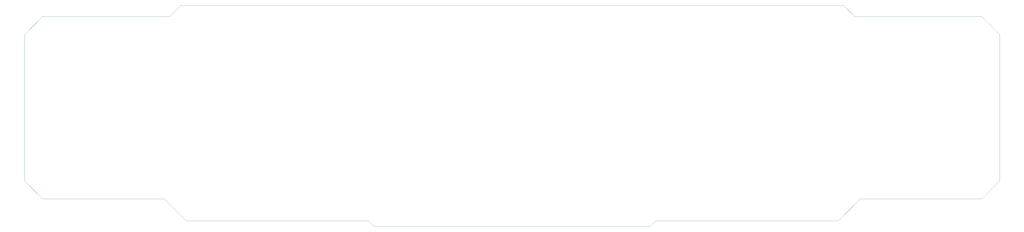
<source format=gm1>
%TF.GenerationSoftware,KiCad,Pcbnew,7.0.9*%
%TF.CreationDate,2024-01-24T13:10:45+00:00*%
%TF.ProjectId,keybird42,6b657962-6972-4643-9432-2e6b69636164,2*%
%TF.SameCoordinates,Original*%
%TF.FileFunction,Profile,NP*%
%FSLAX46Y46*%
G04 Gerber Fmt 4.6, Leading zero omitted, Abs format (unit mm)*
G04 Created by KiCad (PCBNEW 7.0.9) date 2024-01-24 13:10:45*
%MOMM*%
%LPD*%
G01*
G04 APERTURE LIST*
%TA.AperFunction,Profile*%
%ADD10C,0.100000*%
%TD*%
G04 APERTURE END LIST*
D10*
X431006612Y-23812520D02*
X376237500Y-23812500D01*
X288131492Y-114300096D02*
X290512744Y-111918844D01*
X431006612Y-102393836D02*
X438745681Y-94654767D01*
X438745681Y-94654767D02*
X438745681Y-31551589D01*
X26193772Y-23812520D02*
X18454703Y-31551589D01*
X371475000Y-19050000D02*
X85725000Y-19050000D01*
X290512744Y-111918844D02*
X369093742Y-111918758D01*
X78581250Y-102393836D02*
X88106258Y-111918844D01*
X80962500Y-23812500D02*
X26193772Y-23812520D01*
X376237500Y-23812500D02*
X371475000Y-19050000D01*
X169068944Y-114300096D02*
X288131492Y-114300096D01*
X378618750Y-102393750D02*
X431006612Y-102393836D01*
X26193772Y-102393836D02*
X78581250Y-102393836D01*
X369093742Y-111918758D02*
X378618750Y-102393750D01*
X431006612Y-23812520D02*
X438745681Y-31551589D01*
X85725000Y-19050000D02*
X80962500Y-23812500D01*
X26193772Y-102393836D02*
X18454703Y-94654767D01*
X18454703Y-31551589D02*
X18454703Y-94654767D01*
X88106258Y-111918844D02*
X166687640Y-111918749D01*
X166687588Y-111918749D02*
X169068944Y-114300096D01*
M02*

</source>
